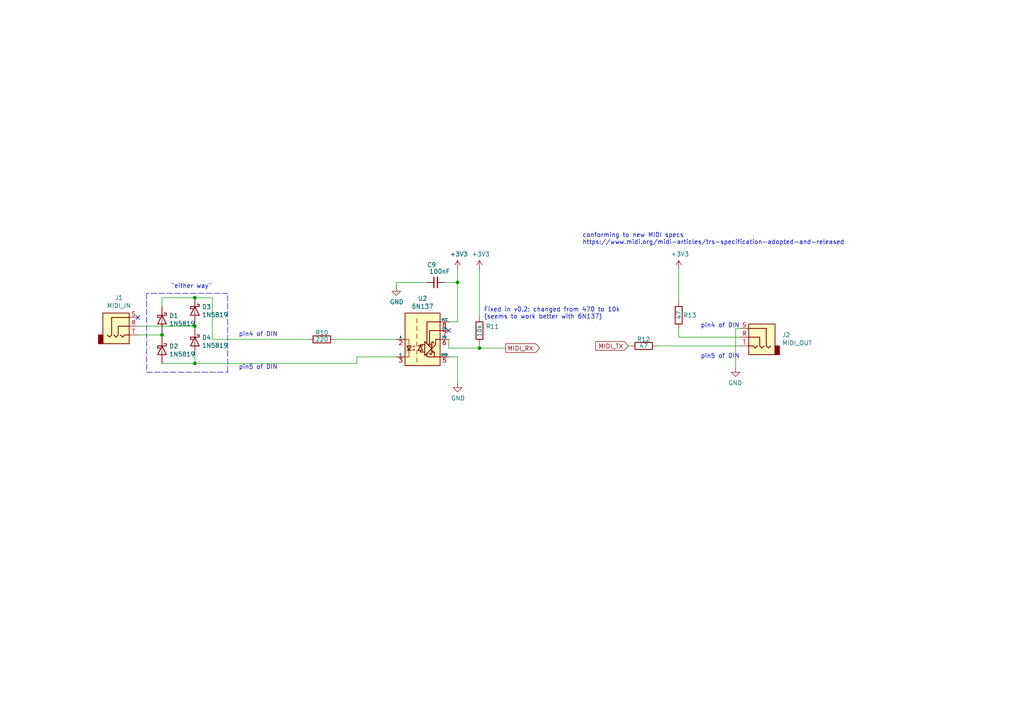
<source format=kicad_sch>
(kicad_sch (version 20211123) (generator eeschema)
  (paper "A4")
  (lib_symbols
    (symbol "Connector:AudioJack3"
      (property "Reference" "J" (at 0 8.89 0))
      (property "Value" "AudioJack3" (at 0 6.35 0))
      (symbol "AudioJack3_0_1"
        (rectangle (start -5.08 -5.08) (end -6.35 -2.54) (stroke (width 0.254)) (fill (type outline)))
        (polyline (pts (xy 0 -2.54) (xy 0.635 -3.175) (xy 1.27 -2.54) (xy 2.54 -2.54)) (stroke (width 0.254)))
        (polyline (pts (xy -1.905 -2.54) (xy -1.27 -3.175) (xy -0.635 -2.54) (xy -0.635 0) (xy 2.54 0)) (stroke (width 0.254)))
        (polyline (pts (xy 2.54 2.54) (xy -2.54 2.54) (xy -2.54 -2.54) (xy -3.175 -3.175) (xy -3.81 -2.54)) (stroke (width 0.254)))
        (rectangle (start 2.54 3.81) (end -5.08 -5.08) (stroke (width 0.254)) (fill (type background)))
      )
      (symbol "AudioJack3_1_1"
        (pin passive line (at 5.08 0 180) (length 2.54) (name "~") (number "R"))
        (pin passive line (at 5.08 2.54 180) (length 2.54) (name "~") (number "S"))
        (pin passive line (at 5.08 -2.54 180) (length 2.54) (name "~") (number "T"))
      )
    )
    (symbol "Device:C_Small" (pin_numbers hide) (pin_names (offset 0.254) hide)
      (property "Reference" "C" (at 0.254 1.778 0))
      (property "Value" "C_Small" (at 0.254 -2.032 0))
      (symbol "C_Small_0_1"
        (polyline (pts (xy -1.524 -0.508) (xy 1.524 -0.508)) (stroke (width 0.3302)))
        (polyline (pts (xy -1.524 0.508) (xy 1.524 0.508)) (stroke (width 0.3048)))
      )
      (symbol "C_Small_1_1"
        (pin passive line (at 0 2.54 270) (length 2.032) (name "~") (number "1"))
        (pin passive line (at 0 -2.54 90) (length 2.032) (name "~") (number "2"))
      )
    )
    (symbol "Device:R" (pin_numbers hide) (pin_names (offset 0))
      (property "Reference" "R" (at 2.032 0 90))
      (property "Value" "R" (at 0 0 90))
      (symbol "R_0_1"
        (rectangle (start -1.016 -2.54) (end 1.016 2.54) (stroke (width 0.254)))
      )
      (symbol "R_1_1"
        (pin passive line (at 0 3.81 270) (length 1.27) (name "~") (number "1"))
        (pin passive line (at 0 -3.81 90) (length 1.27) (name "~") (number "2"))
      )
    )
    (symbol "Diode:1N5819" (pin_numbers hide) (pin_names (offset 1.016) hide)
      (property "Reference" "D" (at 0 2.54 0))
      (property "Value" "1N5819" (at 0 -2.54 0))
      (symbol "1N5819_0_1"
        (polyline (pts (xy 1.27 0) (xy -1.27 0)))
        (polyline (pts (xy 1.27 1.27) (xy 1.27 -1.27) (xy -1.27 0) (xy 1.27 1.27)) (stroke (width 0.254)))
        (polyline (pts (xy -1.905 0.635) (xy -1.905 1.27) (xy -1.27 1.27) (xy -1.27 -1.27) (xy -0.635 -1.27) (xy -0.635 -0.635)) (stroke (width 0.254)))
      )
      (symbol "1N5819_1_1"
        (pin passive line (at -3.81 0 0) (length 2.54) (name "K") (number "1"))
        (pin passive line (at 3.81 0 180) (length 2.54) (name "A") (number "2"))
      )
    )
    (symbol "Isolator:6N137" (pin_names (offset 0))
      (property "Reference" "U" (at -4.064 8.89 0))
      (property "Value" "6N137" (at 0 -8.89 0))
      (symbol "6N137_0_1"
        (polyline (pts (xy 2.667 -3.556) (xy 2.667 -1.651)) (stroke (width 0.254)))
        (polyline (pts (xy 2.667 -2.159) (xy 2.667 -2.921)) (stroke (width 0.254)))
        (polyline (pts (xy 3.429 -3.937) (xy 3.429 -5.08)) (stroke (width 0.254)))
        (polyline (pts (xy -0.635 -3.302) (xy -0.635 -3.683) (xy 0.635 -3.683)) (stroke (width 0.254)))
        (polyline (pts (xy -0.635 -1.905) (xy -0.635 -1.524) (xy 0.508 -1.524)) (stroke (width 0.254)))
        (polyline (pts (xy 1.27 -4.064) (xy 1.27 -5.08) (xy 5.08 -5.08)) (stroke (width 0.254)))
        (polyline (pts (xy 1.27 -1.27) (xy 1.27 5.08) (xy 5.08 5.08)) (stroke (width 0.254)))
        (polyline (pts (xy 2.032 -1.27) (xy 2.032 2.54) (xy 5.08 2.54)) (stroke (width 0.254)))
        (polyline (pts (xy -5.08 -5.08) (xy -3.937 -5.08) (xy -3.937 0) (xy -5.08 0)))
        (polyline (pts (xy 2.667 -3.302) (xy 2.667 -4.318) (xy 2.159 -4.318) (xy 2.159 -3.937)) (stroke (width 0.254)))
        (polyline (pts (xy 2.667 -2.667) (xy 0.635 -4.699) (xy 0.635 -0.635) (xy 2.667 -2.667)) (stroke (width 0.254)))
        (polyline (pts (xy 2.667 -1.778) (xy 2.667 -0.762) (xy 3.175 -0.762) (xy 3.175 -1.143)) (stroke (width 0.254)))
        (polyline (pts (xy 2.794 -2.54) (xy 3.81 -1.524) (xy 3.81 0) (xy 5.08 0)) (stroke (width 0.254)))
        (polyline (pts (xy 2.667 -3.175) (xy 3.429 -3.937) (xy 3.302 -3.556) (xy 3.048 -3.81) (xy 3.429 -3.937)) (stroke (width 0.254)))
        (circle (center 2.032 -1.524) (radius 0.254) (stroke (width 0.254)))
      )
      (symbol "6N137_1_1"
        (rectangle (start -5.08 7.62) (end 5.08 -7.62) (stroke (width 0.254)) (fill (type background)))
        (polyline (pts (xy -4.572 -3.175) (xy -3.302 -3.175)) (stroke (width 0.254)))
        (polyline (pts (xy -1.651 -5.334) (xy -1.651 -6.604)))
        (polyline (pts (xy -1.651 -3.048) (xy -1.651 -4.318)))
        (polyline (pts (xy -1.651 -0.762) (xy -1.651 -2.032)))
        (polyline (pts (xy -1.651 1.524) (xy -1.651 0.254)))
        (polyline (pts (xy -1.651 3.81) (xy -1.651 2.54)))
        (polyline (pts (xy -1.651 6.096) (xy -1.651 4.826)))
        (polyline (pts (xy -1.27 -1.905) (xy 0 -1.905)) (stroke (width 0.254)))
        (polyline (pts (xy -3.937 -3.175) (xy -4.572 -1.905) (xy -3.302 -1.905) (xy -3.937 -3.175)) (stroke (width 0.254)))
        (polyline (pts (xy -0.635 -1.905) (xy -1.27 -3.175) (xy 0 -3.175) (xy -0.635 -1.905)) (stroke (width 0.254)))
        (polyline (pts (xy -2.921 -3.048) (xy -2.159 -3.048) (xy -2.54 -3.175) (xy -2.54 -2.921) (xy -2.159 -3.048)) (stroke (width 0.127)))
        (polyline (pts (xy -2.921 -2.032) (xy -2.159 -2.032) (xy -2.54 -2.159) (xy -2.54 -1.905) (xy -2.159 -2.032)) (stroke (width 0.127)))
        (pin no_connect line (at -5.08 5.08 0) (length 2.54) hide (name "NC") (number "1"))
        (pin passive line (at -7.62 0 0) (length 2.54) (name "A") (number "2"))
        (pin passive line (at -7.62 -5.08 0) (length 2.54) (name "C") (number "3"))
        (pin power_in line (at 7.62 -5.08 180) (length 2.54) (name "GND") (number "5"))
        (pin open_collector line (at 7.62 0 180) (length 2.54) (name "VO") (number "6"))
        (pin input line (at 7.62 2.54 180) (length 2.54) (name "EN") (number "7"))
        (pin power_in line (at 7.62 5.08 180) (length 2.54) (name "VCC") (number "8"))
      )
    )
    (symbol "power:+3.3V" (power) (pin_names (offset 0))
      (property "Value" "+3.3V" (at 0 3.556 0))
      (symbol "+3.3V_0_1"
        (polyline (pts (xy -0.762 1.27) (xy 0 2.54)))
        (polyline (pts (xy 0 0) (xy 0 2.54)))
        (polyline (pts (xy 0 2.54) (xy 0.762 1.27)))
      )
      (symbol "+3.3V_1_1"
        (pin power_in line (at 0 0 90) (length 0) hide (name "+3V3") (number "1"))
      )
    )
    (symbol "power:GND" (power) (pin_names (offset 0))
      (property "Value" "GND" (at 0 -3.81 0))
      (symbol "GND_0_1"
        (polyline (pts (xy 0 0) (xy 0 -1.27) (xy 1.27 -1.27) (xy 0 -2.54) (xy -1.27 -1.27) (xy 0 -1.27)))
      )
      (symbol "GND_1_1"
        (pin power_in line (at 0 0 270) (length 0) hide (name "GND") (number "1"))
      )
    )
  )
  (junction (at 46.99 97.155))
  (junction (at 132.715 81.915))
  (junction (at 139.065 100.965))
  (junction (at 56.515 86.36))
  (junction (at 56.515 105.41))
  (junction (at 56.515 94.615))
  (no_connect (at 40.005 92.075))
  (no_connect (at 130.175 95.885))
  (wire (pts (xy 46.99 97.155) (xy 46.99 96.52)))
  (wire (pts (xy 114.935 81.915) (xy 123.825 81.915)))
  (wire (pts (xy 61.595 86.36) (xy 61.595 98.425)))
  (wire (pts (xy 190.5 100.33) (xy 214.63 100.33)))
  (wire (pts (xy 40.005 97.155) (xy 46.99 97.155)))
  (wire (pts (xy 56.515 105.41) (xy 103.505 105.41)))
  (wire (pts (xy 130.175 100.965) (xy 130.175 98.425)))
  (wire (pts (xy 182.245 100.33) (xy 182.88 100.33)))
  (wire (pts (xy 46.99 97.79) (xy 46.99 97.155)))
  (wire (pts (xy 132.715 103.505) (xy 132.715 111.125)))
  (wire (pts (xy 56.515 94.615) (xy 56.515 93.98)))
  (polyline (pts (xy 66.04 85.09) (xy 42.545 85.09)))
  (wire (pts (xy 213.36 95.25) (xy 214.63 95.25)))
  (wire (pts (xy 139.065 78.105) (xy 139.065 92.075)))
  (wire (pts (xy 97.155 98.425) (xy 114.935 98.425)))
  (wire (pts (xy 130.175 100.965) (xy 139.065 100.965)))
  (wire (pts (xy 132.715 81.915) (xy 128.905 81.915)))
  (polyline (pts (xy 42.545 107.95) (xy 66.04 107.95)))
  (wire (pts (xy 114.935 83.185) (xy 114.935 81.915)))
  (wire (pts (xy 56.515 86.36) (xy 46.99 86.36)))
  (wire (pts (xy 196.85 78.105) (xy 196.85 87.63)))
  (wire (pts (xy 40.005 94.615) (xy 56.515 94.615)))
  (wire (pts (xy 103.505 105.41) (xy 103.505 103.505)))
  (wire (pts (xy 139.065 100.965) (xy 139.065 99.695)))
  (wire (pts (xy 56.515 105.41) (xy 56.515 102.87)))
  (wire (pts (xy 139.065 100.965) (xy 146.685 100.965)))
  (wire (pts (xy 61.595 98.425) (xy 89.535 98.425)))
  (wire (pts (xy 130.175 93.345) (xy 132.715 93.345)))
  (wire (pts (xy 132.715 103.505) (xy 130.175 103.505)))
  (wire (pts (xy 46.99 105.41) (xy 56.515 105.41)))
  (wire (pts (xy 196.85 95.25) (xy 196.85 97.79)))
  (wire (pts (xy 46.99 86.36) (xy 46.99 88.9)))
  (wire (pts (xy 196.85 97.79) (xy 214.63 97.79)))
  (wire (pts (xy 213.36 106.68) (xy 213.36 95.25)))
  (wire (pts (xy 132.715 78.105) (xy 132.715 81.915)))
  (polyline (pts (xy 42.545 85.09) (xy 42.545 107.95)))
  (wire (pts (xy 132.715 81.915) (xy 132.715 93.345)))
  (polyline (pts (xy 66.04 107.95) (xy 66.04 85.09)))
  (wire (pts (xy 103.505 103.505) (xy 114.935 103.505)))
  (wire (pts (xy 56.515 95.25) (xy 56.515 94.615)))
  (wire (pts (xy 56.515 86.36) (xy 61.595 86.36)))
  (text "pin4 of DIN" (at 69.215 97.79 0) (effects (font (size 1.27 1.27)) (justify left bottom)))
  (text "pin5 of DIN" (at 203.2 104.14 0) (effects (font (size 1.27 1.27)) (justify left bottom)))
  (text "\"either way\"" (at 49.53 83.82 0) (effects (font (size 1.27 1.27)) (justify left bottom)))
  (text "conforming to new MIDI specs\nhttps://www.midi.org/midi-articles/trs-specification-adopted-and-released" (at 168.91 71.12 0) (effects (font (size 1.27 1.27)) (justify left bottom)))
  (text "pin4 of DIN" (at 203.2 95.25 0) (effects (font (size 1.27 1.27)) (justify left bottom)))
  (text "Fixed in v0.2: changed from 470 to 10k\n(seems to work better with 6N137)" (at 140.335 92.71 0) (effects (font (size 1.27 1.27)) (justify left bottom)))
  (text "pin5 of DIN" (at 69.215 107.315 0) (effects (font (size 1.27 1.27)) (justify left bottom)))
  (global_label "MIDI_RX" (shape output) (at 146.685 100.965 0) (property "Intersheet References" "${INTERSHEET_REFS}" (effects hide)))
  (global_label "MIDI_TX" (shape input) (at 182.245 100.33 180) (property "Intersheet References" "${INTERSHEET_REFS}" (effects hide)))
  (symbol (lib_id "Device:C_Small") (at 126.365 81.915 90) (unit 1)
    (property "Reference" "C9" (at 123.825 76.835 90) (effects (justify right)))
    (property "Value" "100nF" (at 124.46 78.74 90) (effects (justify right)))
    (property "LCSC" "C14663" (effects hide))
  )
  (symbol (lib_id "Device:R") (at 93.345 98.425 270) (unit 1)
    (property "Reference" "R10" (at 93.345 96.52 90))
    (property "Value" "220" (at 93.345 98.425 90))
    (property "LCSC" "C22962" (effects hide))
  )
  (symbol (lib_id "power:GND") (at 132.715 111.125 0) (unit 1)
    (property "Reference" "#PWR018" (effects hide))
    (property "Value" "GND" (at 132.842 115.5192 0))
  )
  (symbol (lib_id "Device:R") (at 139.065 95.885 180) (unit 1)
    (property "Reference" "R11" (at 140.843 94.7166 0) (effects (justify right)))
    (property "Value" "10k" (at 139.065 97.79 90) (effects (justify right)))
    (property "LCSC" "C23179" (effects hide))
  )
  (symbol (lib_id "power:GND") (at 114.935 83.185 0) (unit 1)
    (property "Reference" "#PWR016" (effects hide))
    (property "Value" "GND" (at 115.062 87.5792 0))
  )
  (symbol (lib_id "Device:R") (at 196.85 91.44 180) (unit 1)
    (property "Reference" "R13" (at 198.12 91.44 0) (effects (justify right)))
    (property "Value" "47" (at 196.85 92.71 90) (effects (justify right)))
    (property "LCSC" "C23182" (effects hide))
  )
  (symbol (lib_id "Device:R") (at 186.69 100.33 90) (unit 1)
    (property "Reference" "R12" (at 186.69 98.425 90))
    (property "Value" "47" (at 186.69 100.33 90))
    (property "LCSC" "C23182" (effects hide))
  )
  (symbol (lib_id "Isolator:6N137") (at 122.555 98.425 0) (unit 1)
    (property "Reference" "U2" (at 122.555 86.5632 0))
    (property "Value" "6N137" (at 122.555 88.8746 0))
    (property "Footprint" "Package_DIP:SMDIP-8_W9.53mm" (effects hide))
    (property "Datasheet" "https://docs.broadcom.com/docs/AV02-0940EN" (effects hide))
    (property "LCSC" "C110020" (effects hide))
  )
  (symbol (lib_id "power:GND") (at 213.36 106.68 0) (mirror y) (unit 1)
    (property "Reference" "#PWR021" (effects hide))
    (property "Value" "GND" (at 213.233 111.0742 0))
  )
  (symbol (lib_id "Diode:1N5819") (at 46.99 92.71 270) (unit 1)
    (property "Reference" "D1" (at 49.022 91.5416 90) (effects (justify left)))
    (property "Value" "1N5819" (at 49.022 93.853 90) (effects (justify left)))
    (property "Datasheet" "http://www.vishay.com/docs/88525/1n5817.pdf" (effects hide))
    (property "LCSC" "C191023" (effects hide))
  )
  (symbol (lib_id "Diode:1N5819") (at 46.99 101.6 270) (unit 1)
    (property "Reference" "D2" (at 49.022 100.4316 90) (effects (justify left)))
    (property "Value" "1N5819" (at 49.022 102.743 90) (effects (justify left)))
    (property "Datasheet" "http://www.vishay.com/docs/88525/1n5817.pdf" (effects hide))
    (property "LCSC" "C191023" (effects hide))
  )
  (symbol (lib_id "Diode:1N5819") (at 56.515 90.17 270) (unit 1)
    (property "Reference" "D3" (at 58.547 89.0016 90) (effects (justify left)))
    (property "Value" "1N5819" (at 58.547 91.313 90) (effects (justify left)))
    (property "Datasheet" "http://www.vishay.com/docs/88525/1n5817.pdf" (effects hide))
    (property "LCSC" "C191023" (effects hide))
  )
  (symbol (lib_id "Diode:1N5819") (at 56.515 99.06 270) (unit 1)
    (property "Reference" "D4" (at 58.547 97.8916 90) (effects (justify left)))
    (property "Value" "1N5819" (at 58.547 100.203 90) (effects (justify left)))
    (property "Datasheet" "http://www.vishay.com/docs/88525/1n5817.pdf" (effects hide))
    (property "LCSC" "C191023" (effects hide))
  )
  (symbol (lib_id "Connector:AudioJack3") (at 34.925 94.615 0) (unit 1)
    (property "Reference" "J1" (at 34.4678 86.36 0))
    (property "Value" "MIDI_IN" (at 34.4678 88.6714 0))
    (property "Footprint" "foots:WQP-PJ301M_TRS" (effects hide))
    (property "LCSC" "-" (effects hide))
  )
  (symbol (lib_id "Connector:AudioJack3") (at 219.71 97.79 0) (mirror y) (unit 1)
    (property "Reference" "J2" (at 226.822 97.155 0) (effects (justify right)))
    (property "Value" "MIDI_OUT" (at 226.822 99.4664 0) (effects (justify right)))
    (property "Footprint" "foots:WQP-PJ301M_TRS" (effects hide))
    (property "LCSC" "-" (effects hide))
  )
  (symbol (lib_id "power:+3.3V") (at 132.715 78.105 0) (unit 1)
    (property "Reference" "#PWR017" (effects hide))
    (property "Value" "+3.3V" (at 133.096 73.7108 0))
  )
  (symbol (lib_id "power:+3.3V") (at 139.065 78.105 0) (unit 1)
    (property "Reference" "#PWR019" (effects hide))
    (property "Value" "+3.3V" (at 139.446 73.7108 0))
  )
  (symbol (lib_id "power:+3.3V") (at 196.85 78.105 0) (unit 1)
    (property "Reference" "#PWR020" (effects hide))
    (property "Value" "+3.3V" (at 197.231 73.7108 0))
  )
)
</source>
